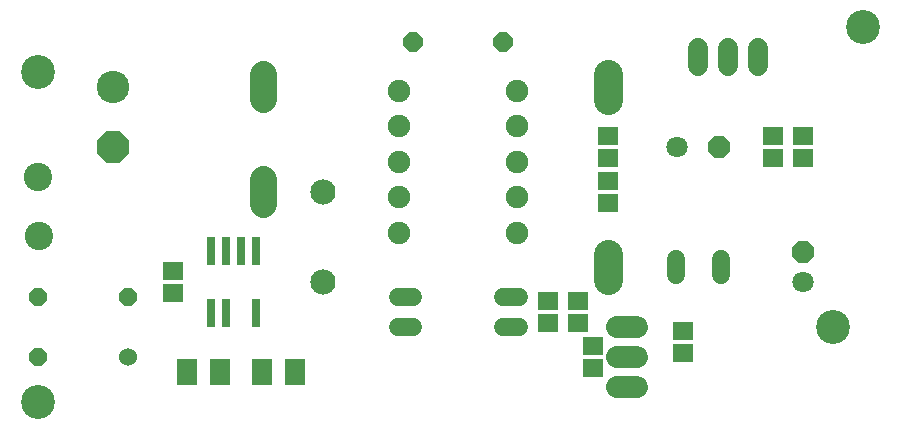
<source format=gbr>
G04 EAGLE Gerber RS-274X export*
G75*
%MOMM*%
%FSLAX34Y34*%
%LPD*%
%INSoldermask Top*%
%IPPOS*%
%AMOC8*
5,1,8,0,0,1.08239X$1,22.5*%
G01*
%ADD10C,1.524000*%
%ADD11P,1.649562X8X112.500000*%
%ADD12C,2.743200*%
%ADD13P,2.969212X8X292.500000*%
%ADD14R,1.703200X1.503200*%
%ADD15P,1.759533X8X202.500000*%
%ADD16P,1.951982X8X22.500000*%
%ADD17C,1.803400*%
%ADD18P,1.951982X8X112.500000*%
%ADD19C,2.298700*%
%ADD20C,2.133600*%
%ADD21C,2.451100*%
%ADD22C,2.403200*%
%ADD23R,0.803200X2.403200*%
%ADD24C,1.727200*%
%ADD25C,1.524000*%
%ADD26R,1.803200X2.203200*%
%ADD27C,1.903200*%
%ADD28C,1.879600*%
%ADD29C,2.870200*%


D10*
X190500Y406400D03*
D11*
X190500Y457200D03*
X114300Y457200D03*
X114300Y406400D03*
D12*
X177800Y635000D03*
D13*
X177800Y584200D03*
D14*
X228600Y460400D03*
X228600Y479400D03*
D15*
X508000Y673100D03*
X431800Y673100D03*
D14*
X584200Y396900D03*
X584200Y415900D03*
X596900Y555600D03*
X596900Y536600D03*
D16*
X690880Y584200D03*
D17*
X655320Y584200D03*
D18*
X762000Y495300D03*
D17*
X762000Y469900D03*
D19*
X304800Y624523D02*
X304800Y645478D01*
X304800Y556578D02*
X304800Y535623D01*
D20*
X355600Y469900D03*
X355600Y546100D03*
D21*
X596900Y623761D02*
X596900Y646240D01*
X596900Y493840D02*
X596900Y471361D01*
D22*
X114200Y558600D03*
X114500Y508300D03*
D23*
X273050Y443900D03*
X273050Y495900D03*
X260350Y443900D03*
X298450Y443900D03*
X260350Y495900D03*
X285750Y495900D03*
X298450Y495900D03*
D24*
X673100Y652780D02*
X673100Y668020D01*
X698500Y668020D02*
X698500Y652780D01*
X723900Y652780D02*
X723900Y668020D01*
D25*
X654050Y489204D02*
X654050Y475996D01*
X692150Y475996D02*
X692150Y489204D01*
X521208Y431800D02*
X508000Y431800D01*
X508000Y457200D02*
X521208Y457200D01*
X431800Y457200D02*
X418592Y457200D01*
X418592Y431800D02*
X431800Y431800D01*
D26*
X331500Y393700D03*
X303500Y393700D03*
X268000Y393700D03*
X240000Y393700D03*
D14*
X762000Y593700D03*
X762000Y574700D03*
X736600Y593700D03*
X736600Y574700D03*
X660400Y428600D03*
X660400Y409600D03*
X546100Y454000D03*
X546100Y435000D03*
X571500Y435000D03*
X571500Y454000D03*
X596900Y593700D03*
X596900Y574700D03*
D27*
X419900Y631500D03*
X419900Y601500D03*
X419900Y571500D03*
X419900Y541500D03*
X419900Y511500D03*
X519900Y511500D03*
X519900Y541500D03*
X519900Y571500D03*
X519900Y601500D03*
X519900Y631500D03*
D28*
X604393Y431800D02*
X621157Y431800D01*
X621157Y406400D02*
X604393Y406400D01*
X604393Y381000D02*
X621157Y381000D01*
D29*
X787400Y431800D03*
X812800Y685800D03*
X114300Y368300D03*
X114300Y647700D03*
M02*

</source>
